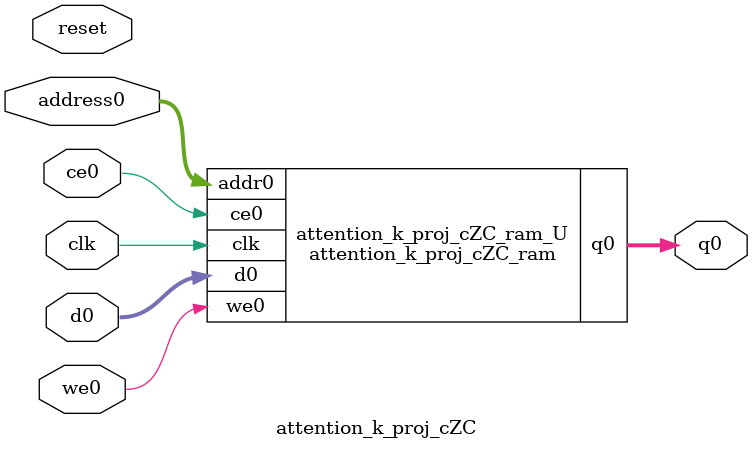
<source format=v>
`timescale 1 ns / 1 ps
module attention_k_proj_cZC_ram (addr0, ce0, d0, we0, q0,  clk);

parameter DWIDTH = 38;
parameter AWIDTH = 8;
parameter MEM_SIZE = 144;

input[AWIDTH-1:0] addr0;
input ce0;
input[DWIDTH-1:0] d0;
input we0;
output reg[DWIDTH-1:0] q0;
input clk;

(* ram_style = "block" *)reg [DWIDTH-1:0] ram[0:MEM_SIZE-1];




always @(posedge clk)  
begin 
    if (ce0) begin
        if (we0) 
            ram[addr0] <= d0; 
        q0 <= ram[addr0];
    end
end


endmodule

`timescale 1 ns / 1 ps
module attention_k_proj_cZC(
    reset,
    clk,
    address0,
    ce0,
    we0,
    d0,
    q0);

parameter DataWidth = 32'd38;
parameter AddressRange = 32'd144;
parameter AddressWidth = 32'd8;
input reset;
input clk;
input[AddressWidth - 1:0] address0;
input ce0;
input we0;
input[DataWidth - 1:0] d0;
output[DataWidth - 1:0] q0;



attention_k_proj_cZC_ram attention_k_proj_cZC_ram_U(
    .clk( clk ),
    .addr0( address0 ),
    .ce0( ce0 ),
    .we0( we0 ),
    .d0( d0 ),
    .q0( q0 ));

endmodule


</source>
